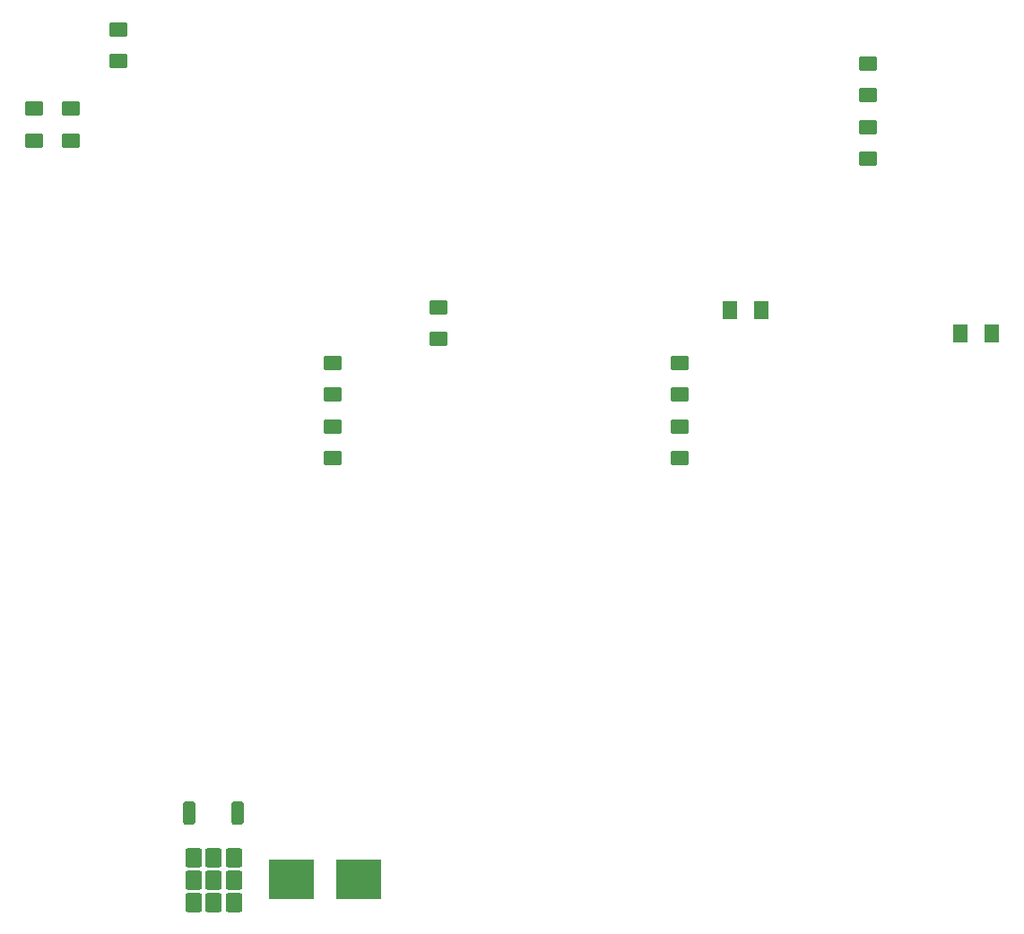
<source format=gbr>
%TF.GenerationSoftware,KiCad,Pcbnew,8.0.8*%
%TF.CreationDate,2025-02-10T12:16:24+01:00*%
%TF.ProjectId,HUB75Adapter,48554237-3541-4646-9170-7465722e6b69,V1.0*%
%TF.SameCoordinates,Original*%
%TF.FileFunction,Paste,Top*%
%TF.FilePolarity,Positive*%
%FSLAX46Y46*%
G04 Gerber Fmt 4.6, Leading zero omitted, Abs format (unit mm)*
G04 Created by KiCad (PCBNEW 8.0.8) date 2025-02-10 12:16:24*
%MOMM*%
%LPD*%
G01*
G04 APERTURE LIST*
G04 Aperture macros list*
%AMRoundRect*
0 Rectangle with rounded corners*
0 $1 Rounding radius*
0 $2 $3 $4 $5 $6 $7 $8 $9 X,Y pos of 4 corners*
0 Add a 4 corners polygon primitive as box body*
4,1,4,$2,$3,$4,$5,$6,$7,$8,$9,$2,$3,0*
0 Add four circle primitives for the rounded corners*
1,1,$1+$1,$2,$3*
1,1,$1+$1,$4,$5*
1,1,$1+$1,$6,$7*
1,1,$1+$1,$8,$9*
0 Add four rect primitives between the rounded corners*
20,1,$1+$1,$2,$3,$4,$5,0*
20,1,$1+$1,$4,$5,$6,$7,0*
20,1,$1+$1,$6,$7,$8,$9,0*
20,1,$1+$1,$8,$9,$2,$3,0*%
G04 Aperture macros list end*
%ADD10RoundRect,0.266667X-0.533333X0.633333X-0.533333X-0.633333X0.533333X-0.633333X0.533333X0.633333X0*%
%ADD11RoundRect,0.250000X-0.350000X0.850000X-0.350000X-0.850000X0.350000X-0.850000X0.350000X0.850000X0*%
%ADD12RoundRect,0.250001X-0.624999X0.462499X-0.624999X-0.462499X0.624999X-0.462499X0.624999X0.462499X0*%
%ADD13RoundRect,0.250001X-0.462499X-0.624999X0.462499X-0.624999X0.462499X0.624999X-0.462499X0.624999X0*%
%ADD14RoundRect,0.250001X0.624999X-0.462499X0.624999X0.462499X-0.624999X0.462499X-0.624999X-0.462499X0*%
%ADD15R,4.240000X3.810000*%
%ADD16RoundRect,0.250001X0.462499X0.624999X-0.462499X0.624999X-0.462499X-0.624999X0.462499X-0.624999X0*%
G04 APERTURE END LIST*
D10*
%TO.C,Q1*%
X72400000Y-136250000D03*
X70500000Y-136250000D03*
X68600000Y-136250000D03*
X72400000Y-138350000D03*
X70500000Y-138350000D03*
X68600000Y-138350000D03*
X72400000Y-140450000D03*
X70500000Y-140450000D03*
X68600000Y-140450000D03*
D11*
X72780000Y-132050000D03*
X68220000Y-132050000D03*
%TD*%
D12*
%TO.C,R2*%
X132250000Y-67262500D03*
X132250000Y-70237500D03*
%TD*%
%TO.C,C8*%
X114470000Y-95512500D03*
X114470000Y-98487500D03*
%TD*%
D13*
%TO.C,C2*%
X119262500Y-84500000D03*
X122237500Y-84500000D03*
%TD*%
D14*
%TO.C,R1*%
X132250000Y-64237500D03*
X132250000Y-61262500D03*
%TD*%
%TO.C,C6*%
X81750000Y-92487500D03*
X81750000Y-89512500D03*
%TD*%
D15*
%TO.C,F1*%
X84185000Y-138250000D03*
X77815000Y-138250000D03*
%TD*%
D12*
%TO.C,C3*%
X53500000Y-65512500D03*
X53500000Y-68487500D03*
%TD*%
D16*
%TO.C,C9*%
X143987500Y-86750000D03*
X141012500Y-86750000D03*
%TD*%
D12*
%TO.C,C7*%
X81750000Y-95512500D03*
X81750000Y-98487500D03*
%TD*%
%TO.C,R4*%
X114500000Y-89512500D03*
X114500000Y-92487500D03*
%TD*%
D14*
%TO.C,R5*%
X91750000Y-87237500D03*
X91750000Y-84262500D03*
%TD*%
%TO.C,C1*%
X57000000Y-68487500D03*
X57000000Y-65512500D03*
%TD*%
%TO.C,R3*%
X61500000Y-60987500D03*
X61500000Y-58012500D03*
%TD*%
M02*

</source>
